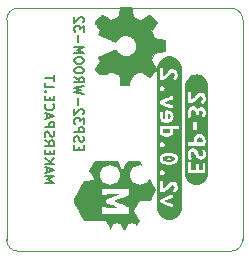
<source format=gbr>
G04 #@! TF.GenerationSoftware,KiCad,Pcbnew,6.0.10+dfsg-1~bpo11+1*
G04 #@! TF.ProjectId,project,70726f6a-6563-4742-9e6b-696361645f70,rev?*
G04 #@! TF.SameCoordinates,Original*
G04 #@! TF.FileFunction,Legend,Bot*
G04 #@! TF.FilePolarity,Positive*
%FSLAX46Y46*%
G04 Gerber Fmt 4.6, Leading zero omitted, Abs format (unit mm)*
%MOMM*%
%LPD*%
G01*
G04 APERTURE LIST*
G04 #@! TA.AperFunction,Profile*
%ADD10C,0.100000*%
G04 #@! TD*
%ADD11C,0.150000*%
%ADD12C,0.010000*%
%ADD13C,2.100000*%
%ADD14O,2.000000X1.000000*%
%ADD15O,1.000000X2.000000*%
%ADD16C,1.700000*%
G04 APERTURE END LIST*
D10*
X163500000Y-107400000D02*
G75*
G03*
X162500000Y-108400000I0J-1000000D01*
G01*
X163500000Y-127985393D02*
X181500000Y-127985393D01*
X182500000Y-126992500D02*
X182500000Y-108400000D01*
X162500000Y-108400000D02*
X162500000Y-126992500D01*
X162499907Y-126992500D02*
G75*
G03*
X163500000Y-127985393I996493J3600D01*
G01*
X182500000Y-108400000D02*
G75*
G03*
X181500000Y-107400000I-1000000J0D01*
G01*
X181500000Y-127985300D02*
G75*
G03*
X182500000Y-126992500I3600J996400D01*
G01*
X181500000Y-107400000D02*
X163500000Y-107400000D01*
D11*
X168657142Y-119411547D02*
X168657142Y-119144880D01*
X168238095Y-119030595D02*
X168238095Y-119411547D01*
X169038095Y-119411547D01*
X169038095Y-119030595D01*
X168276190Y-118725833D02*
X168238095Y-118611547D01*
X168238095Y-118421071D01*
X168276190Y-118344880D01*
X168314285Y-118306785D01*
X168390476Y-118268690D01*
X168466666Y-118268690D01*
X168542857Y-118306785D01*
X168580952Y-118344880D01*
X168619047Y-118421071D01*
X168657142Y-118573452D01*
X168695238Y-118649642D01*
X168733333Y-118687738D01*
X168809523Y-118725833D01*
X168885714Y-118725833D01*
X168961904Y-118687738D01*
X169000000Y-118649642D01*
X169038095Y-118573452D01*
X169038095Y-118382976D01*
X169000000Y-118268690D01*
X168238095Y-117925833D02*
X169038095Y-117925833D01*
X169038095Y-117621071D01*
X169000000Y-117544880D01*
X168961904Y-117506785D01*
X168885714Y-117468690D01*
X168771428Y-117468690D01*
X168695238Y-117506785D01*
X168657142Y-117544880D01*
X168619047Y-117621071D01*
X168619047Y-117925833D01*
X169038095Y-117202023D02*
X169038095Y-116706785D01*
X168733333Y-116973452D01*
X168733333Y-116859166D01*
X168695238Y-116782976D01*
X168657142Y-116744880D01*
X168580952Y-116706785D01*
X168390476Y-116706785D01*
X168314285Y-116744880D01*
X168276190Y-116782976D01*
X168238095Y-116859166D01*
X168238095Y-117087738D01*
X168276190Y-117163928D01*
X168314285Y-117202023D01*
X168961904Y-116402023D02*
X169000000Y-116363928D01*
X169038095Y-116287738D01*
X169038095Y-116097261D01*
X169000000Y-116021071D01*
X168961904Y-115982976D01*
X168885714Y-115944880D01*
X168809523Y-115944880D01*
X168695238Y-115982976D01*
X168238095Y-116440119D01*
X168238095Y-115944880D01*
X168542857Y-115602023D02*
X168542857Y-114992500D01*
X169038095Y-114687738D02*
X168238095Y-114497261D01*
X168809523Y-114344880D01*
X168238095Y-114192500D01*
X169038095Y-114002023D01*
X168238095Y-113240119D02*
X168619047Y-113506785D01*
X168238095Y-113697261D02*
X169038095Y-113697261D01*
X169038095Y-113392500D01*
X169000000Y-113316309D01*
X168961904Y-113278214D01*
X168885714Y-113240119D01*
X168771428Y-113240119D01*
X168695238Y-113278214D01*
X168657142Y-113316309D01*
X168619047Y-113392500D01*
X168619047Y-113697261D01*
X169038095Y-112744880D02*
X169038095Y-112592500D01*
X169000000Y-112516309D01*
X168923809Y-112440119D01*
X168771428Y-112402023D01*
X168504761Y-112402023D01*
X168352380Y-112440119D01*
X168276190Y-112516309D01*
X168238095Y-112592500D01*
X168238095Y-112744880D01*
X168276190Y-112821071D01*
X168352380Y-112897261D01*
X168504761Y-112935357D01*
X168771428Y-112935357D01*
X168923809Y-112897261D01*
X169000000Y-112821071D01*
X169038095Y-112744880D01*
X169038095Y-111906785D02*
X169038095Y-111754404D01*
X169000000Y-111678214D01*
X168923809Y-111602023D01*
X168771428Y-111563928D01*
X168504761Y-111563928D01*
X168352380Y-111602023D01*
X168276190Y-111678214D01*
X168238095Y-111754404D01*
X168238095Y-111906785D01*
X168276190Y-111982976D01*
X168352380Y-112059166D01*
X168504761Y-112097261D01*
X168771428Y-112097261D01*
X168923809Y-112059166D01*
X169000000Y-111982976D01*
X169038095Y-111906785D01*
X168238095Y-111221071D02*
X169038095Y-111221071D01*
X168466666Y-110954404D01*
X169038095Y-110687738D01*
X168238095Y-110687738D01*
X168542857Y-110306785D02*
X168542857Y-109697261D01*
X169038095Y-109392500D02*
X169038095Y-108897261D01*
X168733333Y-109163928D01*
X168733333Y-109049642D01*
X168695238Y-108973452D01*
X168657142Y-108935357D01*
X168580952Y-108897261D01*
X168390476Y-108897261D01*
X168314285Y-108935357D01*
X168276190Y-108973452D01*
X168238095Y-109049642D01*
X168238095Y-109278214D01*
X168276190Y-109354404D01*
X168314285Y-109392500D01*
X168961904Y-108592500D02*
X169000000Y-108554404D01*
X169038095Y-108478214D01*
X169038095Y-108287738D01*
X169000000Y-108211547D01*
X168961904Y-108173452D01*
X168885714Y-108135357D01*
X168809523Y-108135357D01*
X168695238Y-108173452D01*
X168238095Y-108630595D01*
X168238095Y-108135357D01*
X165738095Y-122168690D02*
X166538095Y-122168690D01*
X165966666Y-121902023D01*
X166538095Y-121635357D01*
X165738095Y-121635357D01*
X165966666Y-121292500D02*
X165966666Y-120911547D01*
X165738095Y-121368690D02*
X166538095Y-121102023D01*
X165738095Y-120835357D01*
X165738095Y-120568690D02*
X166538095Y-120568690D01*
X165738095Y-120111547D02*
X166195238Y-120454404D01*
X166538095Y-120111547D02*
X166080952Y-120568690D01*
X166157142Y-119768690D02*
X166157142Y-119502023D01*
X165738095Y-119387738D02*
X165738095Y-119768690D01*
X166538095Y-119768690D01*
X166538095Y-119387738D01*
X165738095Y-118587738D02*
X166119047Y-118854404D01*
X165738095Y-119044880D02*
X166538095Y-119044880D01*
X166538095Y-118740119D01*
X166500000Y-118663928D01*
X166461904Y-118625833D01*
X166385714Y-118587738D01*
X166271428Y-118587738D01*
X166195238Y-118625833D01*
X166157142Y-118663928D01*
X166119047Y-118740119D01*
X166119047Y-119044880D01*
X165776190Y-118282976D02*
X165738095Y-118168690D01*
X165738095Y-117978214D01*
X165776190Y-117902023D01*
X165814285Y-117863928D01*
X165890476Y-117825833D01*
X165966666Y-117825833D01*
X166042857Y-117863928D01*
X166080952Y-117902023D01*
X166119047Y-117978214D01*
X166157142Y-118130595D01*
X166195238Y-118206785D01*
X166233333Y-118244880D01*
X166309523Y-118282976D01*
X166385714Y-118282976D01*
X166461904Y-118244880D01*
X166500000Y-118206785D01*
X166538095Y-118130595D01*
X166538095Y-117940119D01*
X166500000Y-117825833D01*
X165738095Y-117482976D02*
X166538095Y-117482976D01*
X166538095Y-117178214D01*
X166500000Y-117102023D01*
X166461904Y-117063928D01*
X166385714Y-117025833D01*
X166271428Y-117025833D01*
X166195238Y-117063928D01*
X166157142Y-117102023D01*
X166119047Y-117178214D01*
X166119047Y-117482976D01*
X165966666Y-116721071D02*
X165966666Y-116340119D01*
X165738095Y-116797261D02*
X166538095Y-116530595D01*
X165738095Y-116263928D01*
X165814285Y-115540119D02*
X165776190Y-115578214D01*
X165738095Y-115692500D01*
X165738095Y-115768690D01*
X165776190Y-115882976D01*
X165852380Y-115959166D01*
X165928571Y-115997261D01*
X166080952Y-116035357D01*
X166195238Y-116035357D01*
X166347619Y-115997261D01*
X166423809Y-115959166D01*
X166500000Y-115882976D01*
X166538095Y-115768690D01*
X166538095Y-115692500D01*
X166500000Y-115578214D01*
X166461904Y-115540119D01*
X166157142Y-115197261D02*
X166157142Y-114930595D01*
X165738095Y-114816309D02*
X165738095Y-115197261D01*
X166538095Y-115197261D01*
X166538095Y-114816309D01*
X165814285Y-114473452D02*
X165776190Y-114435357D01*
X165738095Y-114473452D01*
X165776190Y-114511547D01*
X165814285Y-114473452D01*
X165738095Y-114473452D01*
X165738095Y-113711547D02*
X165738095Y-114092500D01*
X166538095Y-114092500D01*
X166538095Y-113559166D02*
X166538095Y-113102023D01*
X165738095Y-113330595D02*
X166538095Y-113330595D01*
G36*
X168596020Y-124601002D02*
G01*
X168461802Y-124353539D01*
X168308581Y-124048269D01*
X168206497Y-123815664D01*
X168172686Y-123692500D01*
X168196715Y-123617317D01*
X168288645Y-123410772D01*
X168432284Y-123120259D01*
X168609666Y-122783167D01*
X169033000Y-122000835D01*
X169477500Y-122000001D01*
X169649444Y-121994702D01*
X169845197Y-121971286D01*
X169920980Y-121935666D01*
X169909633Y-121895838D01*
X169835892Y-121736929D01*
X169716431Y-121516222D01*
X169512902Y-121160278D01*
X169738618Y-120733768D01*
X169964333Y-120307258D01*
X170946308Y-120306545D01*
X171928282Y-120305833D01*
X172082844Y-120648590D01*
X172126272Y-120740941D01*
X172231970Y-120936296D01*
X172306349Y-121033956D01*
X172345099Y-121022316D01*
X172444233Y-120901974D01*
X172562517Y-120691199D01*
X172749742Y-120305833D01*
X173262038Y-120307654D01*
X173774333Y-120309475D01*
X174464724Y-121575623D01*
X175155115Y-122841772D01*
X174930391Y-123266424D01*
X174705666Y-123691075D01*
X174240000Y-123693008D01*
X173774333Y-123694940D01*
X173303339Y-124548796D01*
X173759689Y-125387262D01*
X173318497Y-126190166D01*
X172346630Y-126213962D01*
X171374763Y-126237757D01*
X171142926Y-125811795D01*
X170911088Y-125385833D01*
X170599333Y-125385280D01*
X169033000Y-125382503D01*
X168703469Y-124793166D01*
X170599333Y-124793166D01*
X172885333Y-124793166D01*
X172885333Y-124511487D01*
X172879621Y-124380497D01*
X172840954Y-124280353D01*
X172737477Y-124198830D01*
X172537342Y-124111582D01*
X172208702Y-123994266D01*
X172084450Y-123949782D01*
X171809023Y-123840637D01*
X171625508Y-123752019D01*
X171568473Y-123699825D01*
X171577643Y-123691174D01*
X171703481Y-123630488D01*
X171939860Y-123541478D01*
X172245104Y-123440140D01*
X172506205Y-123356686D01*
X172721929Y-123274719D01*
X172834867Y-123197626D01*
X172878256Y-123100373D01*
X172885333Y-122957927D01*
X172885333Y-122676500D01*
X170599333Y-122676500D01*
X170599333Y-123206341D01*
X171382500Y-123154480D01*
X171656139Y-123137971D01*
X171906382Y-123132380D01*
X172000543Y-123153417D01*
X171937516Y-123207912D01*
X171716194Y-123302694D01*
X171335468Y-123444593D01*
X171297516Y-123458601D01*
X171010975Y-123587325D01*
X170883968Y-123705563D01*
X170918486Y-123822147D01*
X171116521Y-123945909D01*
X171480066Y-124085679D01*
X171510789Y-124096089D01*
X171798671Y-124198657D01*
X172015030Y-124284422D01*
X172115066Y-124335744D01*
X172102300Y-124347174D01*
X171966572Y-124355489D01*
X171715334Y-124348967D01*
X171382500Y-124327967D01*
X170599333Y-124267190D01*
X170599333Y-124793166D01*
X168703469Y-124793166D01*
X168596020Y-124601002D01*
G37*
G36*
X177651011Y-113795698D02*
G01*
X177706071Y-113614186D01*
X177795486Y-113446904D01*
X177915817Y-113300281D01*
X178062441Y-113179949D01*
X178229723Y-113090535D01*
X178411234Y-113035474D01*
X178600000Y-113016883D01*
X178788766Y-113035474D01*
X178970277Y-113090535D01*
X179137559Y-113179949D01*
X179284183Y-113300281D01*
X179404514Y-113446904D01*
X179493929Y-113614186D01*
X179548989Y-113795698D01*
X179567581Y-113984464D01*
X179567581Y-121400536D01*
X179548989Y-121589302D01*
X179493929Y-121770814D01*
X179404514Y-121938096D01*
X179284183Y-122084719D01*
X179137559Y-122205051D01*
X178970277Y-122294465D01*
X178788766Y-122349526D01*
X178600000Y-122368117D01*
X178411234Y-122349526D01*
X178229723Y-122294465D01*
X178062441Y-122205051D01*
X177915817Y-122084719D01*
X177795486Y-121938096D01*
X177706071Y-121770814D01*
X177651011Y-121589302D01*
X177632419Y-121400536D01*
X177632419Y-121400338D01*
X177861812Y-121400338D01*
X179335806Y-121400338D01*
X179335806Y-120507369D01*
X179092919Y-120507369D01*
X179092919Y-121107444D01*
X178761925Y-121107444D01*
X178761925Y-120585950D01*
X178519038Y-120585950D01*
X178519038Y-121107444D01*
X178104700Y-121107444D01*
X178104700Y-120454982D01*
X177861812Y-120454982D01*
X177861812Y-121400338D01*
X177632419Y-121400338D01*
X177632419Y-119807282D01*
X177830856Y-119807282D01*
X177840679Y-119972183D01*
X177870147Y-120100175D01*
X177942775Y-120264482D01*
X178180900Y-120178757D01*
X178109462Y-120025166D01*
X178084459Y-119926046D01*
X178076125Y-119807282D01*
X178091603Y-119684647D01*
X178134466Y-119607257D01*
X178196378Y-119567966D01*
X178266625Y-119557250D01*
X178347587Y-119583444D01*
X178410691Y-119650119D01*
X178460697Y-119740607D01*
X178502369Y-119840619D01*
X178557137Y-119978732D01*
X178635719Y-120108510D01*
X178753591Y-120204950D01*
X178928612Y-120243050D01*
X179113159Y-120209415D01*
X179252462Y-120108510D01*
X179317285Y-120007571D01*
X179356179Y-119884143D01*
X179369144Y-119738225D01*
X179361405Y-119611126D01*
X179338187Y-119501291D01*
X179269131Y-119331032D01*
X179042912Y-119416757D01*
X179100062Y-119548916D01*
X179123875Y-119716794D01*
X179105090Y-119846440D01*
X179048733Y-119924227D01*
X178954806Y-119950157D01*
X178879797Y-119926344D01*
X178822647Y-119865622D01*
X178778594Y-119782278D01*
X178742875Y-119690600D01*
X178684534Y-119546535D01*
X178598809Y-119408422D01*
X178465459Y-119304838D01*
X178375270Y-119274477D01*
X178264244Y-119264357D01*
X178080590Y-119297992D01*
X177943966Y-119398897D01*
X177881127Y-119504069D01*
X177843424Y-119640197D01*
X177830856Y-119807282D01*
X177632419Y-119807282D01*
X177632419Y-119040519D01*
X177861812Y-119040519D01*
X179316756Y-119040519D01*
X179333425Y-118944078D01*
X179344141Y-118835732D01*
X179350094Y-118728575D01*
X179352475Y-118635707D01*
X179339643Y-118462404D01*
X179301146Y-118317148D01*
X179236984Y-118199938D01*
X179143719Y-118113948D01*
X179017909Y-118062354D01*
X178859556Y-118045157D01*
X178699616Y-118062487D01*
X178572219Y-118114477D01*
X178477366Y-118201128D01*
X178411881Y-118319529D01*
X178372591Y-118466770D01*
X178359494Y-118642850D01*
X178359494Y-118747625D01*
X177861812Y-118747625D01*
X177861812Y-119040519D01*
X177632419Y-119040519D01*
X177632419Y-117709400D01*
X178328537Y-117709400D01*
X178616669Y-117709400D01*
X178616669Y-117056938D01*
X178328537Y-117056938D01*
X178328537Y-117709400D01*
X177632419Y-117709400D01*
X177632419Y-116280650D01*
X177830856Y-116280650D01*
X177839191Y-116396141D01*
X177859431Y-116512822D01*
X177885625Y-116616407D01*
X177911819Y-116690225D01*
X178157087Y-116633075D01*
X178107081Y-116491391D01*
X178087436Y-116395843D01*
X178080887Y-116283032D01*
X178096961Y-116155337D01*
X178145181Y-116072291D01*
X178304725Y-116011569D01*
X178403845Y-116034786D01*
X178467841Y-116104438D01*
X178502666Y-116209808D01*
X178514275Y-116340182D01*
X178514275Y-116430669D01*
X178757162Y-116430669D01*
X178757162Y-116321132D01*
X178766687Y-116230644D01*
X178797644Y-116149682D01*
X178854794Y-116091341D01*
X178945281Y-116068719D01*
X179072678Y-116117535D01*
X179119112Y-116252075D01*
X179091728Y-116417572D01*
X179023862Y-116559257D01*
X179238175Y-116664032D01*
X179325091Y-116493772D01*
X179358130Y-116380960D01*
X179369144Y-116254457D01*
X179361405Y-116138668D01*
X179338187Y-116038953D01*
X179251272Y-115887744D01*
X179119112Y-115799638D01*
X178954806Y-115771063D01*
X178785737Y-115821069D01*
X178661912Y-115954419D01*
X178602977Y-115852918D01*
X178521419Y-115777016D01*
X178419620Y-115729689D01*
X178299962Y-115713913D01*
X178111844Y-115747250D01*
X177963016Y-115849644D01*
X177907056Y-115928225D01*
X177865384Y-116025857D01*
X177839488Y-116143133D01*
X177830856Y-116280650D01*
X177632419Y-116280650D01*
X177632419Y-115459119D01*
X177861812Y-115459119D01*
X177921344Y-115465072D01*
X177971350Y-115463882D01*
X178085650Y-115452868D01*
X178190425Y-115419828D01*
X178286568Y-115369822D01*
X178374972Y-115307910D01*
X178456530Y-115237663D01*
X178532134Y-115162653D01*
X178603274Y-115087644D01*
X178671437Y-115017397D01*
X178800025Y-114905478D01*
X178926231Y-114861425D01*
X179065534Y-114916194D01*
X179114350Y-115054307D01*
X179081012Y-115199563D01*
X178969094Y-115349582D01*
X179173881Y-115494838D01*
X179260797Y-115392146D01*
X179321519Y-115274572D01*
X179357237Y-115149854D01*
X179369144Y-115025732D01*
X179342950Y-114851900D01*
X179264369Y-114704263D01*
X179132209Y-114601869D01*
X178947662Y-114563769D01*
X178801216Y-114592344D01*
X178664294Y-114668544D01*
X178535706Y-114775700D01*
X178416644Y-114897144D01*
X178348778Y-114968582D01*
X178267816Y-115044782D01*
X178183281Y-115105503D01*
X178104700Y-115130507D01*
X178104700Y-114497094D01*
X177861812Y-114497094D01*
X177861812Y-115459119D01*
X177632419Y-115459119D01*
X177632419Y-113984464D01*
X177651011Y-113795698D01*
G37*
G36*
X178971773Y-118362756D02*
G01*
X179044103Y-118415441D01*
X179084287Y-118497296D01*
X179097681Y-118602369D01*
X179096491Y-118674997D01*
X179090537Y-118747625D01*
X178614287Y-118747625D01*
X178614287Y-118628563D01*
X178628277Y-118505333D01*
X178670247Y-118416632D01*
X178746149Y-118363053D01*
X178861937Y-118345194D01*
X178971773Y-118362756D01*
G37*
G36*
X172679713Y-107272282D02*
G01*
X172787974Y-107274136D01*
X172884892Y-107277530D01*
X172964041Y-107282467D01*
X173018994Y-107288952D01*
X173043326Y-107296989D01*
X173046921Y-107305196D01*
X173058252Y-107346019D01*
X173074278Y-107415024D01*
X173093805Y-107506703D01*
X173115638Y-107615550D01*
X173138582Y-107736058D01*
X173150841Y-107801857D01*
X173172099Y-107914635D01*
X173190713Y-108011707D01*
X173205672Y-108087882D01*
X173215964Y-108137969D01*
X173220578Y-108156776D01*
X173221529Y-108157483D01*
X173245690Y-108169461D01*
X173296306Y-108192294D01*
X173366662Y-108223130D01*
X173450042Y-108259113D01*
X173539730Y-108297391D01*
X173629011Y-108335109D01*
X173711168Y-108369413D01*
X173779487Y-108397449D01*
X173827252Y-108416364D01*
X173847746Y-108423303D01*
X173854957Y-108420242D01*
X173889272Y-108399872D01*
X173947030Y-108362922D01*
X174023701Y-108312360D01*
X174114752Y-108251157D01*
X174215650Y-108182281D01*
X174270907Y-108144494D01*
X174367785Y-108079282D01*
X174452807Y-108023371D01*
X174521338Y-107979741D01*
X174568740Y-107951377D01*
X174590377Y-107941259D01*
X174602113Y-107948290D01*
X174637182Y-107977697D01*
X174690255Y-108025941D01*
X174756836Y-108088593D01*
X174832426Y-108161225D01*
X174912528Y-108239408D01*
X174992646Y-108318714D01*
X175068282Y-108394713D01*
X175134938Y-108462978D01*
X175188118Y-108519080D01*
X175223324Y-108558590D01*
X175236058Y-108577079D01*
X175231107Y-108587343D01*
X175208143Y-108625030D01*
X175169062Y-108685848D01*
X175116728Y-108765413D01*
X175054004Y-108859343D01*
X174983754Y-108963254D01*
X174731449Y-109334294D01*
X174858947Y-109643580D01*
X174986445Y-109952865D01*
X175431069Y-110036686D01*
X175875693Y-110120506D01*
X175875693Y-111045954D01*
X175431069Y-111129775D01*
X174986445Y-111213595D01*
X174731449Y-111832167D01*
X174983754Y-112203207D01*
X175033494Y-112276644D01*
X175098782Y-112373999D01*
X175154546Y-112458287D01*
X175197922Y-112525131D01*
X175226047Y-112570154D01*
X175236058Y-112588978D01*
X175228939Y-112600539D01*
X175199106Y-112635096D01*
X175150148Y-112687394D01*
X175086560Y-112753000D01*
X175012837Y-112827483D01*
X174933475Y-112906413D01*
X174852969Y-112985356D01*
X174775815Y-113059884D01*
X174706507Y-113125563D01*
X174649543Y-113177963D01*
X174609416Y-113212653D01*
X174590623Y-113225201D01*
X174582549Y-113222282D01*
X174546531Y-113202071D01*
X174487256Y-113165163D01*
X174409370Y-113114550D01*
X174317519Y-113053225D01*
X174216350Y-112984179D01*
X174161174Y-112946287D01*
X174065116Y-112881106D01*
X173981283Y-112825223D01*
X173914223Y-112781617D01*
X173868481Y-112753269D01*
X173848604Y-112743157D01*
X173847503Y-112743323D01*
X173822306Y-112752243D01*
X173770853Y-112772706D01*
X173699865Y-112801860D01*
X173616065Y-112836853D01*
X173526172Y-112874832D01*
X173436909Y-112912945D01*
X173354997Y-112948339D01*
X173287157Y-112978162D01*
X173240110Y-112999561D01*
X173220578Y-113009684D01*
X173218845Y-113015674D01*
X173211031Y-113052066D01*
X173198085Y-113116927D01*
X173181021Y-113205065D01*
X173160849Y-113311287D01*
X173138582Y-113430402D01*
X173126777Y-113493183D01*
X173104252Y-113608412D01*
X173083450Y-113709162D01*
X173065565Y-113789926D01*
X173051792Y-113845198D01*
X173043326Y-113869471D01*
X173034934Y-113873831D01*
X172993928Y-113881063D01*
X172925632Y-113886746D01*
X172836471Y-113890882D01*
X172732872Y-113893477D01*
X172621260Y-113894536D01*
X172508062Y-113894061D01*
X172399704Y-113892059D01*
X172302611Y-113888533D01*
X172223210Y-113883487D01*
X172167928Y-113876927D01*
X172143190Y-113868856D01*
X172140400Y-113863958D01*
X172128431Y-113827430D01*
X172112595Y-113764065D01*
X172094626Y-113681186D01*
X172076259Y-113586118D01*
X172070409Y-113554042D01*
X172043202Y-113405893D01*
X172021337Y-113289461D01*
X172003907Y-113200709D01*
X171990004Y-113135603D01*
X171978723Y-113090106D01*
X171969157Y-113060182D01*
X171960399Y-113041794D01*
X171951543Y-113030907D01*
X171950057Y-113029642D01*
X171919069Y-113011838D01*
X171862366Y-112985494D01*
X171786601Y-112953161D01*
X171698426Y-112917393D01*
X171604493Y-112880744D01*
X171511453Y-112845766D01*
X171425959Y-112815013D01*
X171354664Y-112791038D01*
X171304218Y-112776395D01*
X171281274Y-112773636D01*
X171278297Y-112775481D01*
X171249507Y-112794575D01*
X171196405Y-112830484D01*
X171123883Y-112879878D01*
X171036833Y-112939427D01*
X170940146Y-113005803D01*
X170913544Y-113024020D01*
X170818125Y-113088077D01*
X170732788Y-113143437D01*
X170662595Y-113186939D01*
X170612606Y-113215424D01*
X170587884Y-113225732D01*
X170581384Y-113223511D01*
X170549356Y-113200358D01*
X170497055Y-113154677D01*
X170428001Y-113089741D01*
X170345714Y-113008819D01*
X170253714Y-112915185D01*
X170202219Y-112861665D01*
X170122017Y-112777042D01*
X170053322Y-112702975D01*
X169999748Y-112643441D01*
X169964915Y-112602417D01*
X169952437Y-112583881D01*
X169957062Y-112571146D01*
X169978943Y-112531936D01*
X170014727Y-112474995D01*
X170059883Y-112407750D01*
X170092835Y-112359938D01*
X170158273Y-112264485D01*
X170227772Y-112162625D01*
X170290925Y-112069588D01*
X170414200Y-111887332D01*
X170331480Y-111734341D01*
X170312387Y-111698317D01*
X170279728Y-111632803D01*
X170257181Y-111582140D01*
X170248774Y-111555064D01*
X170259570Y-111546203D01*
X170300677Y-111524199D01*
X170368451Y-111491699D01*
X170458591Y-111450510D01*
X170566795Y-111402442D01*
X170688763Y-111349302D01*
X170820192Y-111292899D01*
X170956782Y-111235042D01*
X171094233Y-111177538D01*
X171228242Y-111122197D01*
X171354509Y-111070826D01*
X171468732Y-111025235D01*
X171566610Y-110987232D01*
X171643843Y-110958624D01*
X171696129Y-110941221D01*
X171719167Y-110936831D01*
X171719840Y-110937128D01*
X171741137Y-110957577D01*
X171774492Y-111000350D01*
X171812989Y-111056617D01*
X171824744Y-111074377D01*
X171936265Y-111209514D01*
X172069094Y-111321356D01*
X172217702Y-111407255D01*
X172376560Y-111464562D01*
X172540140Y-111490631D01*
X172702912Y-111482813D01*
X172847685Y-111451144D01*
X172993876Y-111394282D01*
X173124297Y-111311388D01*
X173248187Y-111197631D01*
X173287765Y-111152933D01*
X173385277Y-111008435D01*
X173450950Y-110852338D01*
X173485370Y-110689167D01*
X173489126Y-110523443D01*
X173462806Y-110359692D01*
X173406997Y-110202436D01*
X173322286Y-110056198D01*
X173209263Y-109925504D01*
X173068513Y-109814874D01*
X173033658Y-109793605D01*
X172874345Y-109721310D01*
X172708448Y-109682915D01*
X172540263Y-109677414D01*
X172374087Y-109703801D01*
X172214216Y-109761070D01*
X172064947Y-109848217D01*
X171930577Y-109964236D01*
X171815401Y-110108122D01*
X171812298Y-110112794D01*
X171773067Y-110168464D01*
X171739714Y-110210189D01*
X171719167Y-110229246D01*
X171703059Y-110226842D01*
X171656156Y-110211891D01*
X171583461Y-110185381D01*
X171489275Y-110149120D01*
X171377902Y-110104916D01*
X171253642Y-110054576D01*
X171120798Y-109999907D01*
X170983673Y-109942718D01*
X170846568Y-109884816D01*
X170713785Y-109828010D01*
X170589626Y-109774106D01*
X170478394Y-109724912D01*
X170384391Y-109682237D01*
X170311918Y-109647887D01*
X170265278Y-109623671D01*
X170248774Y-109611397D01*
X170251009Y-109601189D01*
X170267074Y-109561086D01*
X170295241Y-109501818D01*
X170331480Y-109432119D01*
X170414200Y-109279129D01*
X170290925Y-109096873D01*
X170254421Y-109043027D01*
X170186216Y-108942874D01*
X170117902Y-108843025D01*
X170059883Y-108758711D01*
X170028264Y-108712179D01*
X169988980Y-108651700D01*
X169962088Y-108606857D01*
X169952117Y-108584955D01*
X169956350Y-108575545D01*
X169982279Y-108541531D01*
X170027930Y-108489095D01*
X170088814Y-108422801D01*
X170160439Y-108347213D01*
X170238317Y-108266896D01*
X170317955Y-108186413D01*
X170394865Y-108110329D01*
X170464555Y-108043207D01*
X170522536Y-107989612D01*
X170564316Y-107954108D01*
X170585407Y-107941259D01*
X170589419Y-107942000D01*
X170622080Y-107957293D01*
X170678588Y-107989962D01*
X170753837Y-108036850D01*
X170842725Y-108094801D01*
X170940146Y-108160657D01*
X170967018Y-108179127D01*
X171061577Y-108243982D01*
X171145173Y-108301109D01*
X171212916Y-108347178D01*
X171259914Y-108378859D01*
X171281274Y-108392824D01*
X171282189Y-108393168D01*
X171308322Y-108389046D01*
X171361260Y-108373307D01*
X171434353Y-108348504D01*
X171520948Y-108317189D01*
X171614392Y-108281917D01*
X171708035Y-108245240D01*
X171795223Y-108209712D01*
X171869305Y-108177886D01*
X171923629Y-108152316D01*
X171951543Y-108135553D01*
X171953276Y-108133874D01*
X171962044Y-108121872D01*
X171970885Y-108101603D01*
X171980708Y-108069029D01*
X171992417Y-108020116D01*
X172006920Y-107950827D01*
X172025124Y-107857125D01*
X172047934Y-107734976D01*
X172076259Y-107580342D01*
X172082220Y-107548270D01*
X172100648Y-107456393D01*
X172118108Y-107379107D01*
X172132867Y-107323736D01*
X172143190Y-107297605D01*
X172151803Y-107293233D01*
X172193174Y-107285945D01*
X172261759Y-107280169D01*
X172351132Y-107275910D01*
X172454865Y-107273173D01*
X172566535Y-107271962D01*
X172679713Y-107272282D01*
G37*
D12*
X172679713Y-107272282D02*
X172787974Y-107274136D01*
X172884892Y-107277530D01*
X172964041Y-107282467D01*
X173018994Y-107288952D01*
X173043326Y-107296989D01*
X173046921Y-107305196D01*
X173058252Y-107346019D01*
X173074278Y-107415024D01*
X173093805Y-107506703D01*
X173115638Y-107615550D01*
X173138582Y-107736058D01*
X173150841Y-107801857D01*
X173172099Y-107914635D01*
X173190713Y-108011707D01*
X173205672Y-108087882D01*
X173215964Y-108137969D01*
X173220578Y-108156776D01*
X173221529Y-108157483D01*
X173245690Y-108169461D01*
X173296306Y-108192294D01*
X173366662Y-108223130D01*
X173450042Y-108259113D01*
X173539730Y-108297391D01*
X173629011Y-108335109D01*
X173711168Y-108369413D01*
X173779487Y-108397449D01*
X173827252Y-108416364D01*
X173847746Y-108423303D01*
X173854957Y-108420242D01*
X173889272Y-108399872D01*
X173947030Y-108362922D01*
X174023701Y-108312360D01*
X174114752Y-108251157D01*
X174215650Y-108182281D01*
X174270907Y-108144494D01*
X174367785Y-108079282D01*
X174452807Y-108023371D01*
X174521338Y-107979741D01*
X174568740Y-107951377D01*
X174590377Y-107941259D01*
X174602113Y-107948290D01*
X174637182Y-107977697D01*
X174690255Y-108025941D01*
X174756836Y-108088593D01*
X174832426Y-108161225D01*
X174912528Y-108239408D01*
X174992646Y-108318714D01*
X175068282Y-108394713D01*
X175134938Y-108462978D01*
X175188118Y-108519080D01*
X175223324Y-108558590D01*
X175236058Y-108577079D01*
X175231107Y-108587343D01*
X175208143Y-108625030D01*
X175169062Y-108685848D01*
X175116728Y-108765413D01*
X175054004Y-108859343D01*
X174983754Y-108963254D01*
X174731449Y-109334294D01*
X174858947Y-109643580D01*
X174986445Y-109952865D01*
X175431069Y-110036686D01*
X175875693Y-110120506D01*
X175875693Y-111045954D01*
X175431069Y-111129775D01*
X174986445Y-111213595D01*
X174731449Y-111832167D01*
X174983754Y-112203207D01*
X175033494Y-112276644D01*
X175098782Y-112373999D01*
X175154546Y-112458287D01*
X175197922Y-112525131D01*
X175226047Y-112570154D01*
X175236058Y-112588978D01*
X175228939Y-112600539D01*
X175199106Y-112635096D01*
X175150148Y-112687394D01*
X175086560Y-112753000D01*
X175012837Y-112827483D01*
X174933475Y-112906413D01*
X174852969Y-112985356D01*
X174775815Y-113059884D01*
X174706507Y-113125563D01*
X174649543Y-113177963D01*
X174609416Y-113212653D01*
X174590623Y-113225201D01*
X174582549Y-113222282D01*
X174546531Y-113202071D01*
X174487256Y-113165163D01*
X174409370Y-113114550D01*
X174317519Y-113053225D01*
X174216350Y-112984179D01*
X174161174Y-112946287D01*
X174065116Y-112881106D01*
X173981283Y-112825223D01*
X173914223Y-112781617D01*
X173868481Y-112753269D01*
X173848604Y-112743157D01*
X173847503Y-112743323D01*
X173822306Y-112752243D01*
X173770853Y-112772706D01*
X173699865Y-112801860D01*
X173616065Y-112836853D01*
X173526172Y-112874832D01*
X173436909Y-112912945D01*
X173354997Y-112948339D01*
X173287157Y-112978162D01*
X173240110Y-112999561D01*
X173220578Y-113009684D01*
X173218845Y-113015674D01*
X173211031Y-113052066D01*
X173198085Y-113116927D01*
X173181021Y-113205065D01*
X173160849Y-113311287D01*
X173138582Y-113430402D01*
X173126777Y-113493183D01*
X173104252Y-113608412D01*
X173083450Y-113709162D01*
X173065565Y-113789926D01*
X173051792Y-113845198D01*
X173043326Y-113869471D01*
X173034934Y-113873831D01*
X172993928Y-113881063D01*
X172925632Y-113886746D01*
X172836471Y-113890882D01*
X172732872Y-113893477D01*
X172621260Y-113894536D01*
X172508062Y-113894061D01*
X172399704Y-113892059D01*
X172302611Y-113888533D01*
X172223210Y-113883487D01*
X172167928Y-113876927D01*
X172143190Y-113868856D01*
X172140400Y-113863958D01*
X172128431Y-113827430D01*
X172112595Y-113764065D01*
X172094626Y-113681186D01*
X172076259Y-113586118D01*
X172070409Y-113554042D01*
X172043202Y-113405893D01*
X172021337Y-113289461D01*
X172003907Y-113200709D01*
X171990004Y-113135603D01*
X171978723Y-113090106D01*
X171969157Y-113060182D01*
X171960399Y-113041794D01*
X171951543Y-113030907D01*
X171950057Y-113029642D01*
X171919069Y-113011838D01*
X171862366Y-112985494D01*
X171786601Y-112953161D01*
X171698426Y-112917393D01*
X171604493Y-112880744D01*
X171511453Y-112845766D01*
X171425959Y-112815013D01*
X171354664Y-112791038D01*
X171304218Y-112776395D01*
X171281274Y-112773636D01*
X171278297Y-112775481D01*
X171249507Y-112794575D01*
X171196405Y-112830484D01*
X171123883Y-112879878D01*
X171036833Y-112939427D01*
X170940146Y-113005803D01*
X170913544Y-113024020D01*
X170818125Y-113088077D01*
X170732788Y-113143437D01*
X170662595Y-113186939D01*
X170612606Y-113215424D01*
X170587884Y-113225732D01*
X170581384Y-113223511D01*
X170549356Y-113200358D01*
X170497055Y-113154677D01*
X170428001Y-113089741D01*
X170345714Y-113008819D01*
X170253714Y-112915185D01*
X170202219Y-112861665D01*
X170122017Y-112777042D01*
X170053322Y-112702975D01*
X169999748Y-112643441D01*
X169964915Y-112602417D01*
X169952437Y-112583881D01*
X169957062Y-112571146D01*
X169978943Y-112531936D01*
X170014727Y-112474995D01*
X170059883Y-112407750D01*
X170092835Y-112359938D01*
X170158273Y-112264485D01*
X170227772Y-112162625D01*
X170290925Y-112069588D01*
X170414200Y-111887332D01*
X170331480Y-111734341D01*
X170312387Y-111698317D01*
X170279728Y-111632803D01*
X170257181Y-111582140D01*
X170248774Y-111555064D01*
X170259570Y-111546203D01*
X170300677Y-111524199D01*
X170368451Y-111491699D01*
X170458591Y-111450510D01*
X170566795Y-111402442D01*
X170688763Y-111349302D01*
X170820192Y-111292899D01*
X170956782Y-111235042D01*
X171094233Y-111177538D01*
X171228242Y-111122197D01*
X171354509Y-111070826D01*
X171468732Y-111025235D01*
X171566610Y-110987232D01*
X171643843Y-110958624D01*
X171696129Y-110941221D01*
X171719167Y-110936831D01*
X171719840Y-110937128D01*
X171741137Y-110957577D01*
X171774492Y-111000350D01*
X171812989Y-111056617D01*
X171824744Y-111074377D01*
X171936265Y-111209514D01*
X172069094Y-111321356D01*
X172217702Y-111407255D01*
X172376560Y-111464562D01*
X172540140Y-111490631D01*
X172702912Y-111482813D01*
X172847685Y-111451144D01*
X172993876Y-111394282D01*
X173124297Y-111311388D01*
X173248187Y-111197631D01*
X173287765Y-111152933D01*
X173385277Y-111008435D01*
X173450950Y-110852338D01*
X173485370Y-110689167D01*
X173489126Y-110523443D01*
X173462806Y-110359692D01*
X173406997Y-110202436D01*
X173322286Y-110056198D01*
X173209263Y-109925504D01*
X173068513Y-109814874D01*
X173033658Y-109793605D01*
X172874345Y-109721310D01*
X172708448Y-109682915D01*
X172540263Y-109677414D01*
X172374087Y-109703801D01*
X172214216Y-109761070D01*
X172064947Y-109848217D01*
X171930577Y-109964236D01*
X171815401Y-110108122D01*
X171812298Y-110112794D01*
X171773067Y-110168464D01*
X171739714Y-110210189D01*
X171719167Y-110229246D01*
X171703059Y-110226842D01*
X171656156Y-110211891D01*
X171583461Y-110185381D01*
X171489275Y-110149120D01*
X171377902Y-110104916D01*
X171253642Y-110054576D01*
X171120798Y-109999907D01*
X170983673Y-109942718D01*
X170846568Y-109884816D01*
X170713785Y-109828010D01*
X170589626Y-109774106D01*
X170478394Y-109724912D01*
X170384391Y-109682237D01*
X170311918Y-109647887D01*
X170265278Y-109623671D01*
X170248774Y-109611397D01*
X170251009Y-109601189D01*
X170267074Y-109561086D01*
X170295241Y-109501818D01*
X170331480Y-109432119D01*
X170414200Y-109279129D01*
X170290925Y-109096873D01*
X170254421Y-109043027D01*
X170186216Y-108942874D01*
X170117902Y-108843025D01*
X170059883Y-108758711D01*
X170028264Y-108712179D01*
X169988980Y-108651700D01*
X169962088Y-108606857D01*
X169952117Y-108584955D01*
X169956350Y-108575545D01*
X169982279Y-108541531D01*
X170027930Y-108489095D01*
X170088814Y-108422801D01*
X170160439Y-108347213D01*
X170238317Y-108266896D01*
X170317955Y-108186413D01*
X170394865Y-108110329D01*
X170464555Y-108043207D01*
X170522536Y-107989612D01*
X170564316Y-107954108D01*
X170585407Y-107941259D01*
X170589419Y-107942000D01*
X170622080Y-107957293D01*
X170678588Y-107989962D01*
X170753837Y-108036850D01*
X170842725Y-108094801D01*
X170940146Y-108160657D01*
X170967018Y-108179127D01*
X171061577Y-108243982D01*
X171145173Y-108301109D01*
X171212916Y-108347178D01*
X171259914Y-108378859D01*
X171281274Y-108392824D01*
X171282189Y-108393168D01*
X171308322Y-108389046D01*
X171361260Y-108373307D01*
X171434353Y-108348504D01*
X171520948Y-108317189D01*
X171614392Y-108281917D01*
X171708035Y-108245240D01*
X171795223Y-108209712D01*
X171869305Y-108177886D01*
X171923629Y-108152316D01*
X171951543Y-108135553D01*
X171953276Y-108133874D01*
X171962044Y-108121872D01*
X171970885Y-108101603D01*
X171980708Y-108069029D01*
X171992417Y-108020116D01*
X172006920Y-107950827D01*
X172025124Y-107857125D01*
X172047934Y-107734976D01*
X172076259Y-107580342D01*
X172082220Y-107548270D01*
X172100648Y-107456393D01*
X172118108Y-107379107D01*
X172132867Y-107323736D01*
X172143190Y-107297605D01*
X172151803Y-107293233D01*
X172193174Y-107285945D01*
X172261759Y-107280169D01*
X172351132Y-107275910D01*
X172454865Y-107273173D01*
X172566535Y-107271962D01*
X172679713Y-107272282D01*
G36*
X175842800Y-119965316D02*
G01*
X175944532Y-119930258D01*
X176073517Y-119909224D01*
X176229753Y-119902213D01*
X176384667Y-119909224D01*
X176512857Y-119930258D01*
X176614325Y-119965316D01*
X176713445Y-120043004D01*
X176746484Y-120149863D01*
X176713445Y-120255233D01*
X176614325Y-120333219D01*
X176512857Y-120368938D01*
X176384667Y-120390369D01*
X176229753Y-120397513D01*
X176073517Y-120390369D01*
X175944532Y-120368938D01*
X175842800Y-120333219D01*
X175743680Y-120255233D01*
X175710641Y-120149863D01*
X175711377Y-120147481D01*
X176096403Y-120147481D01*
X176142838Y-120245113D01*
X176253566Y-120280831D01*
X176365484Y-120245113D01*
X176413109Y-120147481D01*
X176365484Y-120053422D01*
X176253566Y-120016513D01*
X176142838Y-120053422D01*
X176096403Y-120147481D01*
X175711377Y-120147481D01*
X175743680Y-120043004D01*
X175842800Y-119965316D01*
G37*
G36*
X176242850Y-116361294D02*
G01*
X176317859Y-116399394D01*
X176371438Y-116466069D01*
X176391678Y-116566081D01*
X176372628Y-116664903D01*
X176320241Y-116733959D01*
X176244041Y-116776822D01*
X176155934Y-116797063D01*
X176155934Y-116349388D01*
X176242850Y-116361294D01*
G37*
G36*
X176366675Y-117709081D02*
G01*
X176379772Y-117799569D01*
X176358936Y-117890056D01*
X176296428Y-117951969D01*
X176194630Y-117987688D01*
X176055922Y-117999594D01*
X175919595Y-117985604D01*
X175810653Y-117943634D01*
X175739216Y-117870709D01*
X175715403Y-117763850D01*
X175717784Y-117697175D01*
X175724928Y-117632881D01*
X176334528Y-117632881D01*
X176366675Y-117709081D01*
G37*
G36*
X175264800Y-112399131D02*
G01*
X175279778Y-112298154D01*
X175304582Y-112199132D01*
X175338972Y-112103018D01*
X175382617Y-112010738D01*
X175435098Y-111923180D01*
X175495907Y-111841187D01*
X175564461Y-111765550D01*
X175640098Y-111696996D01*
X175722091Y-111636187D01*
X175809649Y-111583706D01*
X175901929Y-111540061D01*
X175998043Y-111505671D01*
X176097065Y-111480867D01*
X176198042Y-111465889D01*
X176300000Y-111460880D01*
X176401958Y-111465889D01*
X176502935Y-111480867D01*
X176601957Y-111505671D01*
X176698071Y-111540061D01*
X176790351Y-111583706D01*
X176877909Y-111636187D01*
X176959902Y-111696996D01*
X177035539Y-111765550D01*
X177104093Y-111841187D01*
X177164902Y-111923180D01*
X177217383Y-112010738D01*
X177261028Y-112103018D01*
X177295418Y-112199132D01*
X177320222Y-112298154D01*
X177335200Y-112399131D01*
X177340209Y-112501089D01*
X177340209Y-124283911D01*
X177335200Y-124385869D01*
X177320222Y-124486846D01*
X177295418Y-124585868D01*
X177261028Y-124681982D01*
X177217383Y-124774262D01*
X177164902Y-124861820D01*
X177104093Y-124943813D01*
X177035539Y-125019450D01*
X176959902Y-125088004D01*
X176877909Y-125148813D01*
X176790351Y-125201294D01*
X176698071Y-125244939D01*
X176601957Y-125279329D01*
X176502935Y-125304133D01*
X176401958Y-125319111D01*
X176300000Y-125324120D01*
X176198042Y-125319111D01*
X176097065Y-125304133D01*
X175998043Y-125279329D01*
X175901929Y-125244939D01*
X175809649Y-125201294D01*
X175722091Y-125148813D01*
X175640098Y-125088004D01*
X175564461Y-125019450D01*
X175495907Y-124943813D01*
X175435098Y-124861820D01*
X175382617Y-124774262D01*
X175338972Y-124681982D01*
X175304582Y-124585868D01*
X175279778Y-124486846D01*
X175264800Y-124385869D01*
X175259791Y-124283911D01*
X175259791Y-123855088D01*
X175489184Y-123855088D01*
X175638542Y-123926922D01*
X175804039Y-123999550D01*
X175985675Y-124072972D01*
X176131303Y-124127666D01*
X176283629Y-124181021D01*
X176442652Y-124233037D01*
X176608372Y-124283713D01*
X176608372Y-123976531D01*
X176514908Y-123953016D01*
X176415491Y-123925334D01*
X176312799Y-123894676D01*
X176209512Y-123862231D01*
X176107416Y-123828596D01*
X176008297Y-123794366D01*
X175829703Y-123728881D01*
X176008297Y-123659825D01*
X176107416Y-123622023D01*
X176209512Y-123584816D01*
X176312799Y-123548502D01*
X176415491Y-123513378D01*
X176514908Y-123482124D01*
X176608372Y-123457419D01*
X176608372Y-123159763D01*
X176442652Y-123211108D01*
X176283629Y-123265133D01*
X176131303Y-123321836D01*
X175985675Y-123381219D01*
X175804039Y-123460594D01*
X175638542Y-123536794D01*
X175489184Y-123609819D01*
X175489184Y-123855088D01*
X175259791Y-123855088D01*
X175259791Y-122988313D01*
X175489184Y-122988313D01*
X175548716Y-122994266D01*
X175598722Y-122993075D01*
X175713022Y-122982062D01*
X175817797Y-122949022D01*
X175913940Y-122899016D01*
X176002344Y-122837103D01*
X176083902Y-122766856D01*
X176159506Y-122691847D01*
X176230646Y-122616838D01*
X176298809Y-122546591D01*
X176427397Y-122434672D01*
X176553603Y-122390619D01*
X176692906Y-122445388D01*
X176741722Y-122583500D01*
X176708384Y-122728756D01*
X176596466Y-122878775D01*
X176801253Y-123024031D01*
X176888169Y-122921340D01*
X176948891Y-122803766D01*
X176984609Y-122679048D01*
X176996516Y-122554925D01*
X176970322Y-122381094D01*
X176891741Y-122233456D01*
X176759581Y-122131063D01*
X176575034Y-122092963D01*
X176428588Y-122121538D01*
X176291666Y-122197738D01*
X176163078Y-122304894D01*
X176044016Y-122426338D01*
X175976150Y-122497775D01*
X175895188Y-122573975D01*
X175810653Y-122634697D01*
X175732072Y-122659700D01*
X175732072Y-122026288D01*
X175489184Y-122026288D01*
X175489184Y-122988313D01*
X175259791Y-122988313D01*
X175259791Y-121338106D01*
X175462991Y-121338106D01*
X175477278Y-121419069D01*
X175518950Y-121486934D01*
X175585625Y-121534559D01*
X175677303Y-121552419D01*
X175766600Y-121534559D01*
X175832084Y-121486934D01*
X175872566Y-121419069D01*
X175886853Y-121338106D01*
X175832084Y-121190469D01*
X175677303Y-121126175D01*
X175517759Y-121190469D01*
X175462991Y-121338106D01*
X175259791Y-121338106D01*
X175259791Y-120149863D01*
X175458228Y-120149863D01*
X175479395Y-120303321D01*
X175542895Y-120430321D01*
X175648728Y-120530863D01*
X175756480Y-120588161D01*
X175889234Y-120629089D01*
X176046992Y-120653646D01*
X176229753Y-120661831D01*
X176410430Y-120653497D01*
X176566700Y-120628494D01*
X176698562Y-120586822D01*
X176806016Y-120528481D01*
X176911849Y-120427146D01*
X176975349Y-120300940D01*
X176996516Y-120149863D01*
X176975481Y-119996404D01*
X176912378Y-119869404D01*
X176807206Y-119768863D01*
X176700124Y-119711564D01*
X176568188Y-119670636D01*
X176411398Y-119646079D01*
X176229753Y-119637894D01*
X176046992Y-119646079D01*
X175889234Y-119670636D01*
X175756480Y-119711564D01*
X175648728Y-119768863D01*
X175542895Y-119869404D01*
X175479395Y-119996404D01*
X175458228Y-120149863D01*
X175259791Y-120149863D01*
X175259791Y-118956856D01*
X175462991Y-118956856D01*
X175477278Y-119037819D01*
X175518950Y-119105684D01*
X175585625Y-119153309D01*
X175677303Y-119171169D01*
X175766600Y-119153309D01*
X175832084Y-119105684D01*
X175872566Y-119037819D01*
X175886853Y-118956856D01*
X175832084Y-118809219D01*
X175677303Y-118744925D01*
X175517759Y-118809219D01*
X175462991Y-118956856D01*
X175259791Y-118956856D01*
X175259791Y-117766231D01*
X175462991Y-117766231D01*
X175480189Y-117926701D01*
X175531782Y-118058860D01*
X175617772Y-118162709D01*
X175733659Y-118237454D01*
X175874947Y-118282301D01*
X176041634Y-118297250D01*
X176211365Y-118284682D01*
X176355430Y-118246979D01*
X176473831Y-118184141D01*
X176561805Y-118096696D01*
X176614590Y-117985174D01*
X176632184Y-117849575D01*
X176619088Y-117732894D01*
X176582178Y-117632881D01*
X177091766Y-117632881D01*
X177141772Y-117339988D01*
X175522522Y-117339988D01*
X175498709Y-117429880D01*
X175479659Y-117537631D01*
X175467158Y-117653122D01*
X175462991Y-117766231D01*
X175259791Y-117766231D01*
X175259791Y-116485119D01*
X175462991Y-116485119D01*
X175472218Y-116620552D01*
X175499900Y-116741103D01*
X175545739Y-116845878D01*
X175609438Y-116933984D01*
X175690698Y-117004529D01*
X175789222Y-117056619D01*
X175905308Y-117088766D01*
X176039253Y-117099481D01*
X176177961Y-117088170D01*
X176298809Y-117054238D01*
X176401501Y-117001850D01*
X176485738Y-116935175D01*
X176551520Y-116855998D01*
X176598847Y-116766106D01*
X176627422Y-116669666D01*
X176636947Y-116570844D01*
X176620675Y-116418973D01*
X176571859Y-116293560D01*
X176490500Y-116194606D01*
X176377920Y-116123169D01*
X176235442Y-116080306D01*
X176063066Y-116066019D01*
X176003534Y-116067209D01*
X175953528Y-116070781D01*
X175953528Y-116797063D01*
X175855599Y-116774441D01*
X175780888Y-116706575D01*
X175733560Y-116602991D01*
X175717784Y-116473213D01*
X175736834Y-116305334D01*
X175774934Y-116170794D01*
X175524903Y-116130313D01*
X175480850Y-116292238D01*
X175462991Y-116485119D01*
X175259791Y-116485119D01*
X175259791Y-115520713D01*
X175489184Y-115520713D01*
X175638542Y-115592547D01*
X175804039Y-115665175D01*
X175985675Y-115738597D01*
X176131303Y-115793291D01*
X176283629Y-115846646D01*
X176442652Y-115898662D01*
X176608372Y-115949338D01*
X176608372Y-115642156D01*
X176514908Y-115618641D01*
X176415491Y-115590959D01*
X176312799Y-115560301D01*
X176209512Y-115527856D01*
X176107416Y-115494221D01*
X176008297Y-115459991D01*
X175829703Y-115394506D01*
X176008297Y-115325450D01*
X176107416Y-115287648D01*
X176209512Y-115250441D01*
X176312799Y-115214127D01*
X176415491Y-115179003D01*
X176514908Y-115147749D01*
X176608372Y-115123044D01*
X176608372Y-114825388D01*
X176442652Y-114876733D01*
X176283629Y-114930758D01*
X176131303Y-114987461D01*
X175985675Y-115046844D01*
X175804039Y-115126219D01*
X175638542Y-115202419D01*
X175489184Y-115275444D01*
X175489184Y-115520713D01*
X175259791Y-115520713D01*
X175259791Y-114194356D01*
X175462991Y-114194356D01*
X175477278Y-114275319D01*
X175518950Y-114343184D01*
X175585625Y-114390809D01*
X175677303Y-114408669D01*
X175766600Y-114390809D01*
X175832084Y-114343184D01*
X175872566Y-114275319D01*
X175886853Y-114194356D01*
X175832084Y-114046719D01*
X175677303Y-113982425D01*
X175517759Y-114046719D01*
X175462991Y-114194356D01*
X175259791Y-114194356D01*
X175259791Y-113463313D01*
X175489184Y-113463313D01*
X175548716Y-113469266D01*
X175598722Y-113468075D01*
X175713022Y-113457062D01*
X175817797Y-113424022D01*
X175913940Y-113374016D01*
X176002344Y-113312103D01*
X176083902Y-113241856D01*
X176159506Y-113166847D01*
X176230646Y-113091838D01*
X176298809Y-113021591D01*
X176427397Y-112909672D01*
X176553603Y-112865619D01*
X176692906Y-112920388D01*
X176741722Y-113058500D01*
X176708384Y-113203756D01*
X176596466Y-113353775D01*
X176801253Y-113499031D01*
X176888169Y-113396340D01*
X176948891Y-113278766D01*
X176984609Y-113154048D01*
X176996516Y-113029925D01*
X176970322Y-112856094D01*
X176891741Y-112708456D01*
X176759581Y-112606063D01*
X176575034Y-112567963D01*
X176428588Y-112596538D01*
X176291666Y-112672738D01*
X176163078Y-112779894D01*
X176044016Y-112901338D01*
X175976150Y-112972775D01*
X175895188Y-113048975D01*
X175810653Y-113109697D01*
X175732072Y-113134700D01*
X175732072Y-112501288D01*
X175489184Y-112501288D01*
X175489184Y-113463313D01*
X175259791Y-113463313D01*
X175259791Y-112501089D01*
X175264800Y-112399131D01*
G37*
%LPC*%
D13*
X178500000Y-123692500D03*
D14*
X164150000Y-109442500D03*
X164150000Y-110712500D03*
X164150000Y-111982500D03*
X164150000Y-113252500D03*
X164150000Y-114522500D03*
X164150000Y-115792500D03*
X164150000Y-117062500D03*
X164150000Y-118332500D03*
X164150000Y-119602500D03*
X164150000Y-120872500D03*
X164150000Y-122142500D03*
X164150000Y-123412500D03*
X164150000Y-124682500D03*
X164150000Y-125952500D03*
D15*
X166790000Y-126572500D03*
X168060000Y-126572500D03*
X169330000Y-126572500D03*
X170600000Y-126572500D03*
X171870000Y-126572500D03*
X173140000Y-126572500D03*
X174410000Y-126572500D03*
X175680000Y-126572500D03*
X176950000Y-126572500D03*
X178220000Y-126572500D03*
D14*
X180850000Y-125952500D03*
X180850000Y-124682500D03*
X180850000Y-123412500D03*
X180850000Y-122142500D03*
X180850000Y-120872500D03*
X180850000Y-119602500D03*
X180850000Y-118332500D03*
X180850000Y-117062500D03*
X180850000Y-115792500D03*
X180850000Y-114522500D03*
X180850000Y-113252500D03*
X180850000Y-111982500D03*
X180850000Y-110712500D03*
X180850000Y-109442500D03*
D13*
X166500000Y-123692500D03*
X178500000Y-111692500D03*
X166500000Y-111692500D03*
G36*
G01*
X170380000Y-114482500D02*
X170380000Y-113282500D01*
G75*
G02*
X170630000Y-113032500I250000J0D01*
G01*
X171830000Y-113032500D01*
G75*
G02*
X172080000Y-113282500I0J-250000D01*
G01*
X172080000Y-114482500D01*
G75*
G02*
X171830000Y-114732500I-250000J0D01*
G01*
X170630000Y-114732500D01*
G75*
G02*
X170380000Y-114482500I0J250000D01*
G01*
G37*
D16*
X173770000Y-113882500D03*
X171230000Y-116422500D03*
X173770000Y-116422500D03*
X171230000Y-118962500D03*
X173770000Y-118962500D03*
X171230000Y-121502500D03*
X173770000Y-121502500D03*
M02*

</source>
